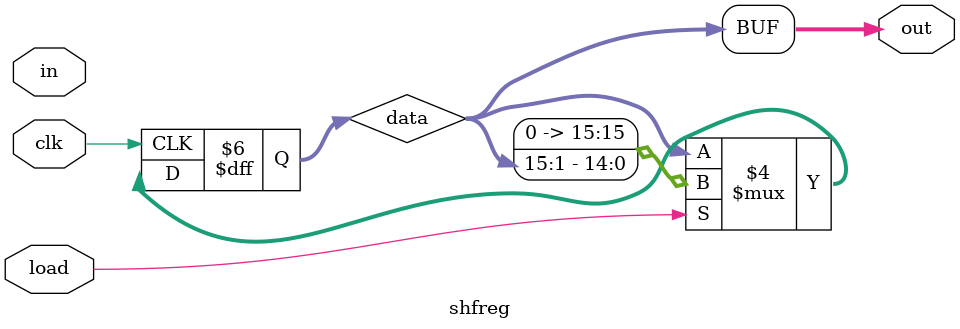
<source format=sv>
module shfreg #(parameter width = 16)
(
    input clk,
    input load,
    input in,
    output logic [width-1:0] out
);

logic [width-1:0] data;

/* Altera device registers are 0 at power on. Specify this
 * so that Modelsim works as expected.
 */
/*
initial
begin
    data = 31'b0;
end
*/

always_ff @(posedge clk)
begin
    if (load)
    begin
        data = {in, data >> 1};
    end
end

assign out = data;

endmodule : shfreg


</source>
